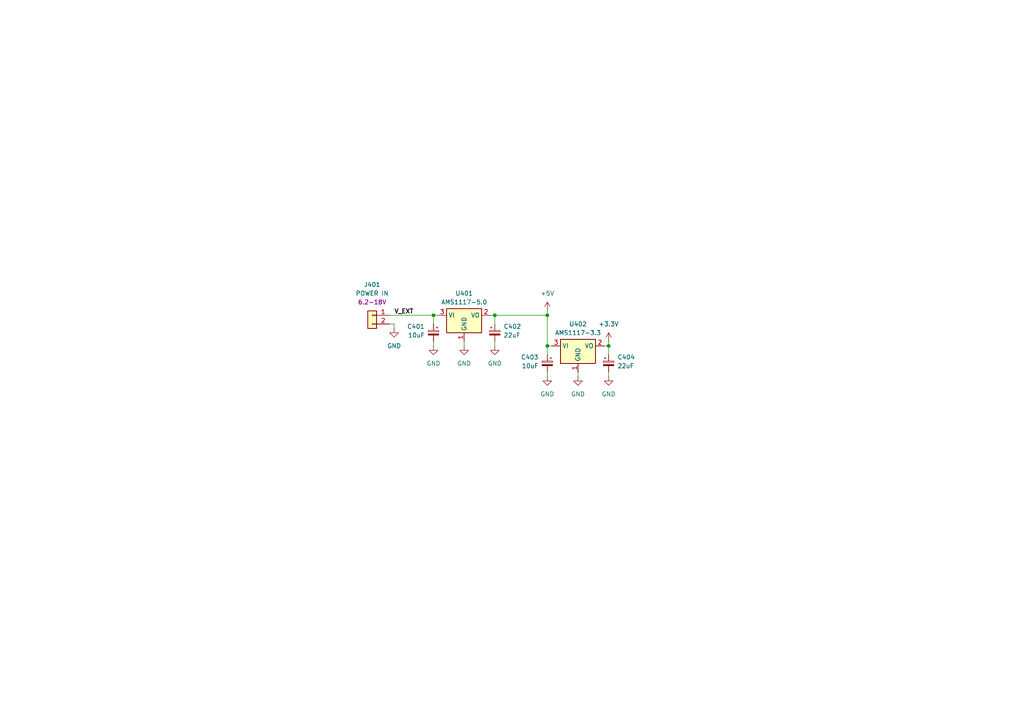
<source format=kicad_sch>
(kicad_sch (version 20250114) (generator "eeschema") (generator_version "9.0")
  (paper "A4")
  (title_block (date "2026-01-13") (rev "0.1"))
  (lib_symbols
    (symbol "Connector_Generic:Conn_01x02" (pin_names (offset 1.016) (hide yes))
      (property "Reference" "J" (at 0 2.54 0))
      (property "Value" "Conn_01x02" (at 0 -5.08 0))
      (symbol "Conn_01x02_1_1"
        (rectangle (start -1.27 1.27) (end 1.27 -3.81) (stroke (width 0.254)) (fill (type background)))
        (rectangle (start -1.27 0.127) (end 0 -0.127) (stroke (width 0.1524)))
        (rectangle (start -1.27 -2.413) (end 0 -2.667) (stroke (width 0.1524)))
        (pin passive line (at -5.08 0 0) (length 3.81) (name "Pin_1") (number "1"))
        (pin passive line (at -5.08 -2.54 0) (length 3.81) (name "Pin_2") (number "2"))
      )
    )
    (symbol "Device:C_Polarized_Small" (pin_numbers (hide yes)) (pin_names (offset 0.254) (hide yes))
      (property "Reference" "C" (at 0.254 1.778 0))
      (property "Value" "C_Polarized_Small" (at 0.254 -2.032 0))
      (symbol "C_Polarized_Small_0_1"
        (rectangle (start -1.524 0.6858) (end 1.524 0.3048))
        (rectangle (start -1.524 -0.3048) (end 1.524 -0.6858) (fill (type outline)))
        (polyline (pts (xy -1.27 1.524) (xy -0.762 1.524)))
        (polyline (pts (xy -1.016 1.27) (xy -1.016 1.778)))
      )
      (symbol "C_Polarized_Small_1_1"
        (pin passive line (at 0 2.54 270) (length 1.8542) (name "~") (number "1"))
        (pin passive line (at 0 -2.54 90) (length 1.8542) (name "~") (number "2"))
      )
    )
    (symbol "Regulator_Linear:AMS1117-3.3"
      (property "Reference" "U" (at -3.81 3.175 0))
      (property "Value" "AMS1117-3.3" (at 0 3.175 0))
      (symbol "AMS1117-3.3_0_1"
        (rectangle (start -5.08 -5.08) (end 5.08 1.905) (stroke (width 0.254)) (fill (type background)))
      )
      (symbol "AMS1117-3.3_1_1"
        (pin power_in line (at -7.62 0 0) (length 2.54) (name "VI") (number "3"))
        (pin power_in line (at 0 -7.62 90) (length 2.54) (name "GND") (number "1"))
        (pin power_out line (at 7.62 0 180) (length 2.54) (name "VO") (number "2"))
      )
    )
    (symbol "Regulator_Linear:AMS1117-5.0"
      (property "Reference" "U" (at -3.81 3.175 0))
      (property "Value" "AMS1117-5.0" (at 0 3.175 0))
      (symbol "AMS1117-5.0_0_1"
        (rectangle (start -5.08 -5.08) (end 5.08 1.905) (stroke (width 0.254)) (fill (type background)))
      )
      (symbol "AMS1117-5.0_1_1"
        (pin power_in line (at -7.62 0 0) (length 2.54) (name "VI") (number "3"))
        (pin power_in line (at 0 -7.62 90) (length 2.54) (name "GND") (number "1"))
        (pin power_out line (at 7.62 0 180) (length 2.54) (name "VO") (number "2"))
      )
    )
    (symbol "power:+3.3V" (power) (pin_numbers (hide yes)) (pin_names (offset 0) (hide yes))
      (property "Value" "+3.3V" (at 0 3.556 0))
      (symbol "+3.3V_0_1"
        (polyline (pts (xy -0.762 1.27) (xy 0 2.54)))
        (polyline (pts (xy 0 2.54) (xy 0.762 1.27)))
        (polyline (pts (xy 0 0) (xy 0 2.54)))
      )
      (symbol "+3.3V_1_1"
        (pin power_in line (at 0 0 90) (length 0) (name "~") (number "1"))
      )
    )
    (symbol "power:+5V" (power) (pin_numbers (hide yes)) (pin_names (offset 0) (hide yes))
      (property "Value" "+5V" (at 0 3.556 0))
      (symbol "+5V_0_1"
        (polyline (pts (xy -0.762 1.27) (xy 0 2.54)))
        (polyline (pts (xy 0 2.54) (xy 0.762 1.27)))
        (polyline (pts (xy 0 0) (xy 0 2.54)))
      )
      (symbol "+5V_1_1"
        (pin power_in line (at 0 0 90) (length 0) (name "~") (number "1"))
      )
    )
    (symbol "power:GND" (power) (pin_numbers (hide yes)) (pin_names (offset 0) (hide yes))
      (property "Value" "GND" (at 0 -3.81 0))
      (symbol "GND_0_1"
        (polyline (pts (xy 0 0) (xy 0 -1.27) (xy 1.27 -1.27) (xy 0 -2.54) (xy -1.27 -1.27) (xy 0 -1.27)))
      )
      (symbol "GND_1_1"
        (pin power_in line (at 0 0 270) (length 0) (name "~") (number "1"))
      )
    )
  )
  (junction (at 158.75 91.44))
  (junction (at 143.51 91.44))
  (junction (at 158.75 100.33))
  (junction (at 125.73 91.44))
  (junction (at 176.53 100.33))
  (wire (pts (xy 176.53 99.06) (xy 176.53 100.33)))
  (wire (pts (xy 142.24 91.44) (xy 143.51 91.44)))
  (wire (pts (xy 158.75 91.44) (xy 143.51 91.44)))
  (wire (pts (xy 113.03 91.44) (xy 125.73 91.44)))
  (wire (pts (xy 158.75 100.33) (xy 158.75 91.44)))
  (wire (pts (xy 158.75 107.95) (xy 158.75 109.22)))
  (wire (pts (xy 143.51 99.06) (xy 143.51 100.33)))
  (wire (pts (xy 176.53 107.95) (xy 176.53 109.22)))
  (wire (pts (xy 125.73 93.98) (xy 125.73 91.44)))
  (wire (pts (xy 114.3 93.98) (xy 114.3 95.25)))
  (wire (pts (xy 175.26 100.33) (xy 176.53 100.33)))
  (wire (pts (xy 125.73 99.06) (xy 125.73 100.33)))
  (wire (pts (xy 158.75 90.17) (xy 158.75 91.44)))
  (wire (pts (xy 158.75 100.33) (xy 160.02 100.33)))
  (wire (pts (xy 143.51 91.44) (xy 143.51 93.98)))
  (wire (pts (xy 167.64 107.95) (xy 167.64 109.22)))
  (wire (pts (xy 113.03 93.98) (xy 114.3 93.98)))
  (wire (pts (xy 158.75 102.87) (xy 158.75 100.33)))
  (wire (pts (xy 176.53 100.33) (xy 176.53 102.87)))
  (wire (pts (xy 134.62 99.06) (xy 134.62 100.33)))
  (wire (pts (xy 125.73 91.44) (xy 127 91.44)))
  (label "V_EXT" (at 114.3 91.44 0) (effects (font (thickness 0.254) (bold yes))))
  (symbol (lib_id "power:GND") (at 176.53 109.22 0) (unit 1)
    (property "Reference" "#PWR0411" (effects (hide yes)))
    (property "Value" "GND" (at 176.53 114.3 0))
    (property "Description" "Power symbol creates a global label with name \"GND\" , ground" (effects (hide yes)))
  )
  (symbol (lib_id "Device:C_Polarized_Small") (at 125.73 96.52 0) (mirror y) (unit 1)
    (property "Reference" "C401" (at 123.19 94.7038 0) (effects (justify left)))
    (property "Value" "10uF" (at 123.19 97.2438 0) (effects (justify left)))
    (property "Footprint" "Capacitor_SMD:CP_Elec_5x5.3" (effects (hide yes)))
    (property "Description" "Polarized capacitor, small symbol" (effects (hide yes)))
  )
  (symbol (lib_id "Device:C_Polarized_Small") (at 158.75 105.41 0) (mirror y) (unit 1)
    (property "Reference" "C403" (at 156.21 103.5938 0) (effects (justify left)))
    (property "Value" "10uF" (at 156.21 106.1338 0) (effects (justify left)))
    (property "Footprint" "Capacitor_SMD:CP_Elec_5x5.3" (effects (hide yes)))
    (property "Description" "Polarized capacitor, small symbol" (effects (hide yes)))
  )
  (symbol (lib_id "Device:C_Polarized_Small") (at 143.51 96.52 0) (unit 1)
    (property "Reference" "C402" (at 146.05 94.7038 0) (effects (justify left)))
    (property "Value" "22uF" (at 146.05 97.2438 0) (effects (justify left)))
    (property "Footprint" "Capacitor_SMD:CP_Elec_5x5.3" (effects (hide yes)))
    (property "Description" "Polarized capacitor, small symbol" (effects (hide yes)))
  )
  (symbol (lib_id "power:GND") (at 125.73 100.33 0) (unit 1)
    (property "Reference" "#PWR0404" (effects (hide yes)))
    (property "Value" "GND" (at 125.73 105.41 0))
    (property "Description" "Power symbol creates a global label with name \"GND\" , ground" (effects (hide yes)))
  )
  (symbol (lib_id "Regulator_Linear:AMS1117-5.0") (at 134.62 91.44 0) (unit 1)
    (property "Reference" "U401" (at 134.62 85.09 0))
    (property "Value" "AMS1117-5.0" (at 134.62 87.63 0))
    (property "Footprint" "Package_TO_SOT_SMD:SOT-223-3_TabPin2" (effects (hide yes)))
    (property "Datasheet" "http://www.advanced-monolithic.com/pdf/ds1117.pdf" (effects (hide yes)))
    (property "Description" "1A Low Dropout regulator, positive, 5.0V fixed output, SOT-223" (effects (hide yes)))
  )
  (symbol (lib_id "power:GND") (at 158.75 109.22 0) (unit 1)
    (property "Reference" "#PWR0409" (effects (hide yes)))
    (property "Value" "GND" (at 158.75 114.3 0))
    (property "Description" "Power symbol creates a global label with name \"GND\" , ground" (effects (hide yes)))
  )
  (symbol (lib_id "Connector_Generic:Conn_01x02") (at 107.95 91.44 0) (mirror y) (unit 1)
    (property "Reference" "J401" (at 107.95 82.55 0))
    (property "Value" "POWER IN" (at 107.95 85.09 0))
    (property "Footprint" "Connector_Samtec_HPM_THT:Samtec_HPM-02-01-x-S_Straight_1x02_Pitch5.08mm" (effects (hide yes)))
    (property "Description" "Generic connector, single row, 01x02, script generated (kicad-library-utils/schlib/autogen/connector/)" (effects (hide yes)))
    (property "Info" "6.2-18V" (at 107.95 87.63 0))
  )
  (symbol (lib_id "power:+5V") (at 158.75 90.17 0) (unit 1)
    (property "Reference" "#PWR0401" (effects (hide yes)))
    (property "Value" "+5V" (at 158.75 85.09 0))
    (property "Description" "Power symbol creates a global label with name \"+5V\"" (effects (hide yes)))
  )
  (symbol (lib_id "Regulator_Linear:AMS1117-3.3") (at 167.64 100.33 0) (unit 1)
    (property "Reference" "U402" (at 167.64 93.98 0))
    (property "Value" "AMS1117-3.3" (at 167.64 96.52 0))
    (property "Footprint" "Package_TO_SOT_SMD:SOT-223-3_TabPin2" (effects (hide yes)))
    (property "Datasheet" "http://www.advanced-monolithic.com/pdf/ds1117.pdf" (effects (hide yes)))
    (property "Description" "1A Low Dropout regulator, positive, 3.3V fixed output, SOT-223" (effects (hide yes)))
  )
  (symbol (lib_id "Device:C_Polarized_Small") (at 176.53 105.41 0) (unit 1)
    (property "Reference" "C404" (at 179.07 103.5938 0) (effects (justify left)))
    (property "Value" "22uF" (at 179.07 106.1338 0) (effects (justify left)))
    (property "Footprint" "Capacitor_SMD:CP_Elec_5x5.3" (effects (hide yes)))
    (property "Description" "Polarized capacitor, small symbol" (effects (hide yes)))
  )
  (symbol (lib_id "power:GND") (at 167.64 109.22 0) (unit 1)
    (property "Reference" "#PWR0410" (effects (hide yes)))
    (property "Value" "GND" (at 167.64 114.3 0))
    (property "Description" "Power symbol creates a global label with name \"GND\" , ground" (effects (hide yes)))
  )
  (symbol (lib_id "power:GND") (at 143.51 100.33 0) (unit 1)
    (property "Reference" "#PWR0406" (effects (hide yes)))
    (property "Value" "GND" (at 143.51 105.41 0))
    (property "Description" "Power symbol creates a global label with name \"GND\" , ground" (effects (hide yes)))
  )
  (symbol (lib_id "power:+3.3V") (at 176.53 99.06 0) (unit 1)
    (property "Reference" "#PWR0403" (effects (hide yes)))
    (property "Value" "+3.3V" (at 176.53 93.98 0))
    (property "Description" "Power symbol creates a global label with name \"+3.3V\"" (effects (hide yes)))
  )
  (symbol (lib_id "power:GND") (at 114.3 95.25 0) (unit 1)
    (property "Reference" "#PWR0402" (effects (hide yes)))
    (property "Value" "GND" (at 114.3 100.33 0))
    (property "Description" "Power symbol creates a global label with name \"GND\" , ground" (effects (hide yes)))
  )
  (symbol (lib_id "power:GND") (at 134.62 100.33 0) (unit 1)
    (property "Reference" "#PWR0405" (effects (hide yes)))
    (property "Value" "GND" (at 134.62 105.41 0))
    (property "Description" "Power symbol creates a global label with name \"GND\" , ground" (effects (hide yes)))
  )
)
</source>
